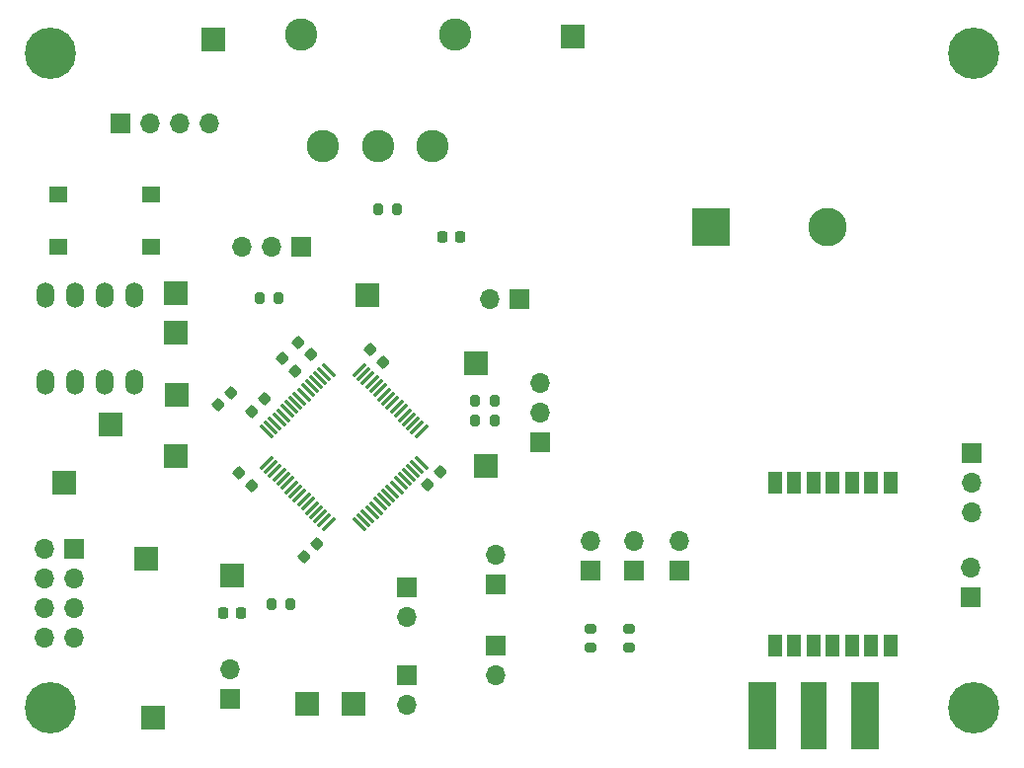
<source format=gbr>
%TF.GenerationSoftware,KiCad,Pcbnew,8.0.2*%
%TF.CreationDate,2024-06-06T20:45:53-07:00*%
%TF.ProjectId,tpms-sn-flex,74706d73-2d73-46e2-9d66-6c65782e6b69,rev?*%
%TF.SameCoordinates,Original*%
%TF.FileFunction,Soldermask,Top*%
%TF.FilePolarity,Negative*%
%FSLAX46Y46*%
G04 Gerber Fmt 4.6, Leading zero omitted, Abs format (unit mm)*
G04 Created by KiCad (PCBNEW 8.0.2) date 2024-06-06 20:45:53*
%MOMM*%
%LPD*%
G01*
G04 APERTURE LIST*
G04 Aperture macros list*
%AMRoundRect*
0 Rectangle with rounded corners*
0 $1 Rounding radius*
0 $2 $3 $4 $5 $6 $7 $8 $9 X,Y pos of 4 corners*
0 Add a 4 corners polygon primitive as box body*
4,1,4,$2,$3,$4,$5,$6,$7,$8,$9,$2,$3,0*
0 Add four circle primitives for the rounded corners*
1,1,$1+$1,$2,$3*
1,1,$1+$1,$4,$5*
1,1,$1+$1,$6,$7*
1,1,$1+$1,$8,$9*
0 Add four rect primitives between the rounded corners*
20,1,$1+$1,$2,$3,$4,$5,0*
20,1,$1+$1,$4,$5,$6,$7,0*
20,1,$1+$1,$6,$7,$8,$9,0*
20,1,$1+$1,$8,$9,$2,$3,0*%
%AMRotRect*
0 Rectangle, with rotation*
0 The origin of the aperture is its center*
0 $1 length*
0 $2 width*
0 $3 Rotation angle, in degrees counterclockwise*
0 Add horizontal line*
21,1,$1,$2,0,0,$3*%
G04 Aperture macros list end*
%ADD10C,4.400000*%
%ADD11RoundRect,0.218750X-0.218750X-0.256250X0.218750X-0.256250X0.218750X0.256250X-0.218750X0.256250X0*%
%ADD12RoundRect,0.218750X0.218750X0.256250X-0.218750X0.256250X-0.218750X-0.256250X0.218750X-0.256250X0*%
%ADD13RoundRect,0.225000X0.335876X0.017678X0.017678X0.335876X-0.335876X-0.017678X-0.017678X-0.335876X0*%
%ADD14RoundRect,0.225000X0.017678X-0.335876X0.335876X-0.017678X-0.017678X0.335876X-0.335876X0.017678X0*%
%ADD15RoundRect,0.225000X-0.017678X0.335876X-0.335876X0.017678X0.017678X-0.335876X0.335876X-0.017678X0*%
%ADD16RoundRect,0.225000X-0.335876X-0.017678X-0.017678X-0.335876X0.335876X0.017678X0.017678X0.335876X0*%
%ADD17RotRect,0.279400X1.473200X45.000000*%
%ADD18RotRect,0.279400X1.473200X315.000000*%
%ADD19O,1.500000X2.200000*%
%ADD20R,1.700000X1.700000*%
%ADD21O,1.700000X1.700000*%
%ADD22R,2.000000X2.000000*%
%ADD23R,1.600000X1.400000*%
%ADD24R,1.270000X1.905000*%
%ADD25RoundRect,0.200000X0.200000X0.275000X-0.200000X0.275000X-0.200000X-0.275000X0.200000X-0.275000X0*%
%ADD26RoundRect,0.200000X-0.275000X0.200000X-0.275000X-0.200000X0.275000X-0.200000X0.275000X0.200000X0*%
%ADD27RoundRect,0.200000X-0.200000X-0.275000X0.200000X-0.275000X0.200000X0.275000X-0.200000X0.275000X0*%
%ADD28R,2.286000X5.842000*%
%ADD29R,2.413000X5.842000*%
%ADD30C,2.775000*%
%ADD31R,3.300000X3.300000*%
%ADD32C,3.300000*%
G04 APERTURE END LIST*
D10*
%TO.C,H4*%
X123600000Y-140600000D03*
%TD*%
%TO.C,H3*%
X123600000Y-84400000D03*
%TD*%
%TO.C,H2*%
X44400000Y-140600000D03*
%TD*%
%TO.C,H1*%
X44400000Y-84400000D03*
%TD*%
D11*
%TO.C,D2*%
X59212500Y-132400000D03*
X60787500Y-132400000D03*
%TD*%
D12*
%TO.C,D1*%
X79587500Y-100200000D03*
X78012500Y-100200000D03*
%TD*%
D13*
%TO.C,C8*%
X65428008Y-111648008D03*
X64331992Y-110551992D03*
%TD*%
D14*
%TO.C,C7*%
X58861992Y-114608008D03*
X59958008Y-113511992D03*
%TD*%
D15*
%TO.C,C6*%
X67296016Y-126503984D03*
X66200000Y-127600000D03*
%TD*%
D16*
%TO.C,C5*%
X71851992Y-109851992D03*
X72948008Y-110948008D03*
%TD*%
D13*
%TO.C,C4*%
X66748008Y-110288008D03*
X65651992Y-109191992D03*
%TD*%
D14*
%TO.C,C3*%
X61693984Y-115196016D03*
X62790000Y-114100000D03*
%TD*%
D15*
%TO.C,C2*%
X77842462Y-120357538D03*
X76746446Y-121453554D03*
%TD*%
D13*
%TO.C,C1*%
X61698008Y-121548008D03*
X60601992Y-120451992D03*
%TD*%
D17*
%TO.C,U1*%
X68273397Y-111570096D03*
X67919844Y-111923649D03*
X67566290Y-112277203D03*
X67212738Y-112630756D03*
X66859183Y-112984310D03*
X66505630Y-113337863D03*
X66152077Y-113691416D03*
X65798523Y-114044970D03*
X65444970Y-114398523D03*
X65091416Y-114752077D03*
X64737863Y-115105630D03*
X64384310Y-115459183D03*
X64030756Y-115812738D03*
X63677203Y-116166290D03*
X63323649Y-116519844D03*
X62970096Y-116873397D03*
D18*
X62970096Y-119526603D03*
X63323649Y-119880156D03*
X63677203Y-120233710D03*
X64030756Y-120587262D03*
X64384310Y-120940817D03*
X64737863Y-121294370D03*
X65091416Y-121647923D03*
X65444970Y-122001477D03*
X65798523Y-122355030D03*
X66152077Y-122708584D03*
X66505630Y-123062137D03*
X66859183Y-123415690D03*
X67212738Y-123769244D03*
X67566290Y-124122797D03*
X67919844Y-124476351D03*
X68273397Y-124829904D03*
D17*
X70926603Y-124829904D03*
X71280156Y-124476351D03*
X71633710Y-124122797D03*
X71987262Y-123769244D03*
X72340817Y-123415690D03*
X72694370Y-123062137D03*
X73047923Y-122708584D03*
X73401477Y-122355030D03*
X73755030Y-122001477D03*
X74108584Y-121647923D03*
X74462137Y-121294370D03*
X74815690Y-120940817D03*
X75169244Y-120587262D03*
X75522797Y-120233710D03*
X75876351Y-119880156D03*
X76229904Y-119526603D03*
D18*
X76229904Y-116873397D03*
X75876351Y-116519844D03*
X75522797Y-116166290D03*
X75169244Y-115812738D03*
X74815690Y-115459183D03*
X74462137Y-115105630D03*
X74108584Y-114752077D03*
X73755030Y-114398523D03*
X73401477Y-114044970D03*
X73047923Y-113691416D03*
X72694370Y-113337863D03*
X72340817Y-112984310D03*
X71987262Y-112630756D03*
X71633710Y-112277203D03*
X71280156Y-111923649D03*
X70926603Y-111570096D03*
%TD*%
D19*
%TO.C,J6*%
X44040000Y-112660000D03*
X46580000Y-112660000D03*
X49120000Y-112660000D03*
X51660000Y-112660000D03*
X51660000Y-105140000D03*
X49120000Y-105140000D03*
X46580000Y-105140000D03*
X44040000Y-105140000D03*
%TD*%
D20*
%TO.C,JP1*%
X65950000Y-101040000D03*
D21*
X63410000Y-101040000D03*
X60870000Y-101040000D03*
%TD*%
D22*
%TO.C,TP8*%
X71600000Y-105200000D03*
%TD*%
D23*
%TO.C,SW1*%
X53100000Y-101050000D03*
X45100000Y-101050000D03*
X53100000Y-96550000D03*
X45100000Y-96550000D03*
%TD*%
D24*
%TO.C,PS1*%
X106547000Y-135254000D03*
X108198000Y-135254000D03*
X109849000Y-135254000D03*
X111500000Y-135254000D03*
X113151000Y-135254000D03*
X114802000Y-135254000D03*
X116453000Y-135254000D03*
X116453000Y-121284000D03*
X114802000Y-121284000D03*
X113151000Y-121284000D03*
X111500000Y-121284000D03*
X109849000Y-121284000D03*
X108198000Y-121284000D03*
X106547000Y-121284000D03*
%TD*%
D20*
%TO.C,JP2*%
X98400000Y-128775000D03*
D21*
X98400000Y-126235000D03*
%TD*%
D22*
%TO.C,TP4*%
X55200000Y-119000000D03*
%TD*%
%TO.C,TP5*%
X60000000Y-129200000D03*
%TD*%
%TO.C,TP14*%
X53200000Y-141400000D03*
%TD*%
D21*
%TO.C,JP9*%
X75000000Y-140340000D03*
D20*
X75000000Y-137800000D03*
%TD*%
D25*
%TO.C,R5*%
X65025000Y-131700000D03*
X63375000Y-131700000D03*
%TD*%
D22*
%TO.C,TP9*%
X70400000Y-140200000D03*
%TD*%
D25*
%TO.C,R1*%
X62375000Y-105400000D03*
X64025000Y-105400000D03*
%TD*%
D26*
%TO.C,R2*%
X94000000Y-133750000D03*
X94000000Y-135400000D03*
%TD*%
D27*
%TO.C,R4*%
X72525000Y-97800000D03*
X74175000Y-97800000D03*
%TD*%
D20*
%TO.C,JP11*%
X123400000Y-118725000D03*
D21*
X123400000Y-121265000D03*
X123400000Y-123805000D03*
%TD*%
D22*
%TO.C,TP12*%
X52600000Y-127800000D03*
%TD*%
D20*
%TO.C,JP4*%
X90700000Y-128800000D03*
D21*
X90700000Y-126260000D03*
%TD*%
D20*
%TO.C,J2*%
X50400000Y-90400000D03*
D21*
X52940000Y-90400000D03*
X55480000Y-90400000D03*
X58020000Y-90400000D03*
%TD*%
D22*
%TO.C,TP2*%
X49600000Y-116300000D03*
%TD*%
D25*
%TO.C,R6*%
X82525000Y-115950000D03*
X80875000Y-115950000D03*
%TD*%
D22*
%TO.C,TP11*%
X81750000Y-119850000D03*
%TD*%
D20*
%TO.C,JP10*%
X82600000Y-130000000D03*
D21*
X82600000Y-127460000D03*
%TD*%
D28*
%TO.C,J3*%
X109875000Y-141235600D03*
D29*
X114256500Y-141235600D03*
X105493500Y-141235600D03*
%TD*%
D20*
%TO.C,JP6*%
X75000000Y-130200000D03*
D21*
X75000000Y-132740000D03*
%TD*%
D22*
%TO.C,TP3*%
X55225000Y-113750000D03*
%TD*%
D20*
%TO.C,J5*%
X123375000Y-131050000D03*
D21*
X123375000Y-128510000D03*
%TD*%
D26*
%TO.C,R3*%
X90700000Y-133750000D03*
X90700000Y-135400000D03*
%TD*%
D20*
%TO.C,JP5*%
X82600000Y-135200000D03*
D21*
X82600000Y-137740000D03*
%TD*%
D20*
%TO.C,JP3*%
X94500000Y-128800000D03*
D21*
X94500000Y-126260000D03*
%TD*%
D30*
%TO.C,S1*%
X67800000Y-92351100D03*
X72500000Y-92351100D03*
X77200000Y-92351100D03*
X65895000Y-82821100D03*
X79105000Y-82821100D03*
%TD*%
D22*
%TO.C,TP10*%
X66400000Y-140200000D03*
%TD*%
%TO.C,TP6*%
X45600000Y-121250000D03*
%TD*%
%TO.C,TP13*%
X80900000Y-111050000D03*
%TD*%
D21*
%TO.C,JP8*%
X59800000Y-137235000D03*
D20*
X59800000Y-139775000D03*
%TD*%
%TO.C,J4*%
X86400000Y-117825000D03*
D21*
X86400000Y-115285000D03*
X86400000Y-112745000D03*
%TD*%
D22*
%TO.C,TP16*%
X58400000Y-83200000D03*
%TD*%
%TO.C,TP7*%
X55200000Y-108400000D03*
%TD*%
D21*
%TO.C,JP7*%
X82135000Y-105500000D03*
D20*
X84675000Y-105500000D03*
%TD*%
D22*
%TO.C,TP1*%
X55200000Y-105000000D03*
%TD*%
%TO.C,TP15*%
X89200000Y-83000000D03*
%TD*%
D31*
%TO.C,C11*%
X101100000Y-99300000D03*
D32*
X111100000Y-99300000D03*
%TD*%
D25*
%TO.C,R7*%
X82525000Y-114200000D03*
X80875000Y-114200000D03*
%TD*%
D21*
%TO.C,J1*%
X43960000Y-134580000D03*
X46500000Y-134580000D03*
X43960000Y-132040000D03*
X46500000Y-132040000D03*
X43960000Y-129500000D03*
X46500000Y-129500000D03*
X43960000Y-126960000D03*
D20*
X46500000Y-126960000D03*
%TD*%
M02*

</source>
